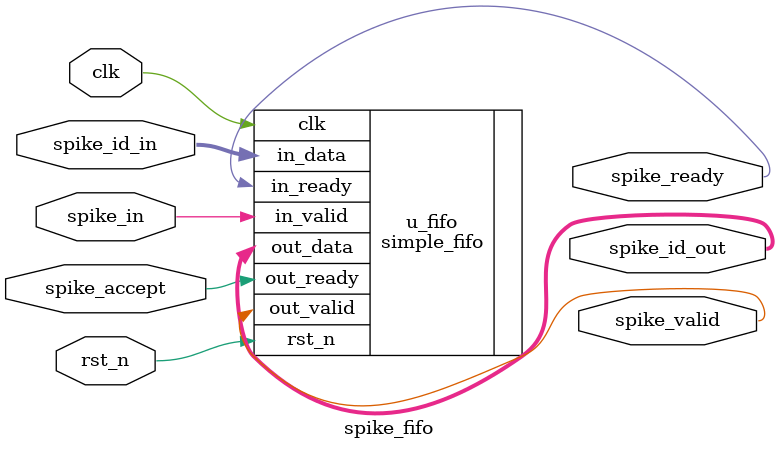
<source format=v>
module spike_fifo #(
    parameter integer NEURON_ID_W = 4
)(
    input  wire clk,
    input  wire rst_n,

    input  wire spike_in,
    input  wire [NEURON_ID_W-1:0] spike_id_in,

    output wire spike_ready,

    output wire spike_valid,
    output wire [NEURON_ID_W-1:0] spike_id_out,
    input  wire spike_accept
);

    simple_fifo #(
        .WIDTH(NEURON_ID_W)
    ) u_fifo (
        .clk(clk),
        .rst_n(rst_n),
        .in_valid(spike_in),
        .in_data(spike_id_in),
        .in_ready(spike_ready),
        .out_valid(spike_valid),
        .out_data(spike_id_out),
        .out_ready(spike_accept)
    );

endmodule


</source>
